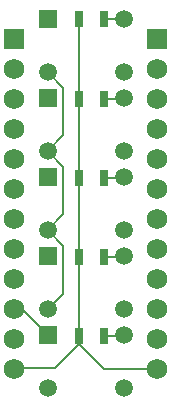
<source format=gbl>
%FSLAX33Y33*%
%MOMM*%
%AMRect-W670710-H1320710-RO1.000*
21,1,0.67071,1.32071,0.,0.,180*%
%ADD10C,0.2032*%
%ADD11Rect-W670710-H1320710-RO1.000*%
%ADD12R,1.5X1.5*%
%ADD13C,1.5*%
%ADD14R,1.75X1.75*%
%ADD15C,1.75*%
D10*
%LNbottom copper_traces*%
G01*
X9450Y5746D02*
X9450Y32546D01*
X6800Y7986D02*
X8136Y9322D01*
X11650Y25821D02*
X13235Y25821D01*
X6800Y14686D02*
X8136Y16022D01*
X6800Y21386D02*
X8136Y22722D01*
X3990Y3050D02*
X7414Y3050D01*
X16085Y2956D02*
X11580Y2956D01*
X6800Y5786D02*
X4600Y7986D01*
X11550Y12446D02*
X13135Y12446D01*
X8136Y26760D02*
X6800Y28096D01*
X8136Y13350D02*
X6800Y14686D01*
X7414Y3050D02*
X9450Y5086D01*
X11650Y5746D02*
X13300Y5746D01*
X4600Y7986D02*
X4075Y7986D01*
X8136Y22722D02*
X8136Y26760D01*
X8136Y9322D02*
X8136Y13350D01*
X11580Y2956D02*
X9450Y5086D01*
X11650Y19146D02*
X13300Y19146D01*
X8136Y20050D02*
X6800Y21386D01*
X11550Y32546D02*
X13300Y32546D01*
X8136Y16022D02*
X8136Y20050D01*
%LNbottom copper component 1fd03bca117f9aec*%
D11*
X11550Y32546D03*
X9450Y32546D03*
%LNbottom copper component b5b981657f2f8731*%
D12*
X6800Y12486D03*
D13*
X6800Y7986D03*
X13300Y7986D03*
X13300Y12486D03*
%LNbottom copper component fb49618feed99df2*%
D12*
X6800Y32596D03*
D13*
X6800Y28096D03*
X13300Y28096D03*
X13300Y32596D03*
%LNbottom copper component 48f42d382d4c7276*%
D11*
X11550Y5746D03*
X9450Y5746D03*
%LNbottom copper component 71733dfa736b678a*%
D12*
X6800Y5786D03*
D13*
X6800Y1286D03*
X13300Y1286D03*
X13300Y5786D03*
%LNbottom copper component 23d714dbf6837599*%
D11*
X11550Y19146D03*
X9450Y19146D03*
%LNbottom copper component 145f1bd0c0621054*%
X11550Y25821D03*
X9450Y25821D03*
%LNbottom copper component 5d6e294dc6e30267*%
X11550Y12446D03*
X9450Y12446D03*
%LNbottom copper component 144fe9a21d20c8f6*%
D12*
X6800Y19186D03*
D13*
X6800Y14686D03*
X13300Y14686D03*
X13300Y19186D03*
%LNbottom copper component 37417e4259248a20*%
D14*
X16085Y30896D03*
D15*
X16085Y28356D03*
X16085Y25816D03*
X16085Y23276D03*
X16085Y20736D03*
X16085Y18196D03*
X16085Y15656D03*
X16085Y13116D03*
X16085Y10576D03*
X16085Y8036D03*
X16085Y5496D03*
X16085Y2956D03*
%LNbottom copper component e1d5e43d5734db6b*%
D14*
X3990Y30896D03*
D15*
X3990Y28356D03*
X3990Y25816D03*
X3990Y23276D03*
X3990Y20736D03*
X3990Y18196D03*
X3990Y15656D03*
X3990Y13116D03*
X3990Y10576D03*
X3990Y8036D03*
X3990Y5496D03*
X3990Y2956D03*
%LNbottom copper component 6d5c9a98175d7d20*%
D12*
X6800Y25886D03*
D13*
X6800Y21386D03*
X13300Y21386D03*
X13300Y25886D03*
M02*
</source>
